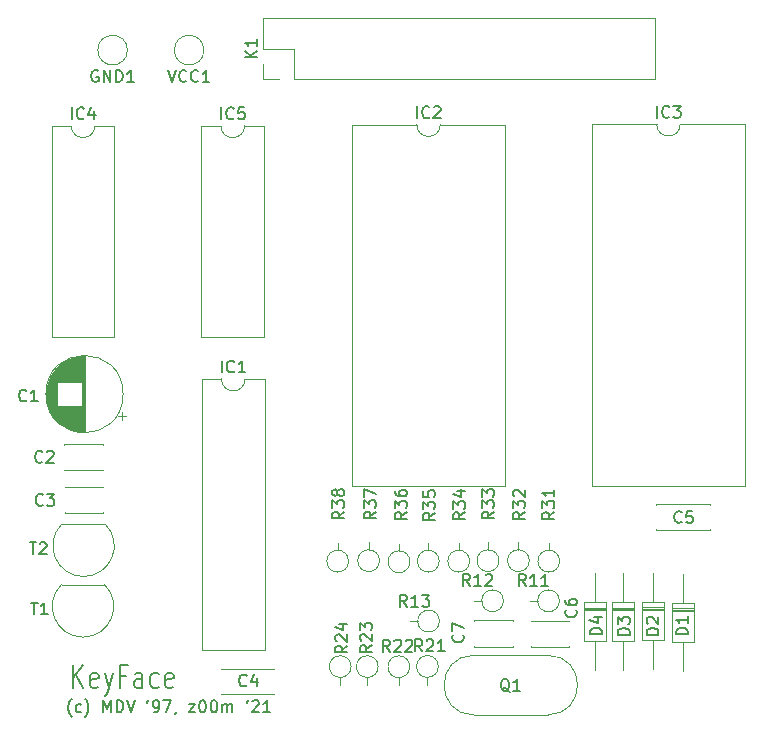
<source format=gto>
G04 #@! TF.GenerationSoftware,KiCad,Pcbnew,(5.1.6)-1*
G04 #@! TF.CreationDate,2021-02-12T18:31:39+01:00*
G04 #@! TF.ProjectId,keyface,6b657966-6163-4652-9e6b-696361645f70,rev?*
G04 #@! TF.SameCoordinates,Original*
G04 #@! TF.FileFunction,Legend,Top*
G04 #@! TF.FilePolarity,Positive*
%FSLAX46Y46*%
G04 Gerber Fmt 4.6, Leading zero omitted, Abs format (unit mm)*
G04 Created by KiCad (PCBNEW (5.1.6)-1) date 2021-02-12 18:31:39*
%MOMM*%
%LPD*%
G01*
G04 APERTURE LIST*
%ADD10C,0.150000*%
%ADD11C,0.120000*%
G04 APERTURE END LIST*
D10*
X95988714Y-111699561D02*
X95988714Y-109699561D01*
X96845857Y-111699561D02*
X96203000Y-110556704D01*
X96845857Y-109699561D02*
X95988714Y-110842419D01*
X98060142Y-111604323D02*
X97917285Y-111699561D01*
X97631571Y-111699561D01*
X97488714Y-111604323D01*
X97417285Y-111413847D01*
X97417285Y-110651942D01*
X97488714Y-110461466D01*
X97631571Y-110366228D01*
X97917285Y-110366228D01*
X98060142Y-110461466D01*
X98131571Y-110651942D01*
X98131571Y-110842419D01*
X97417285Y-111032895D01*
X98631571Y-110366228D02*
X98988714Y-111699561D01*
X99345857Y-110366228D02*
X98988714Y-111699561D01*
X98845857Y-112175752D01*
X98774428Y-112270990D01*
X98631571Y-112366228D01*
X100417285Y-110651942D02*
X99917285Y-110651942D01*
X99917285Y-111699561D02*
X99917285Y-109699561D01*
X100631571Y-109699561D01*
X101845857Y-111699561D02*
X101845857Y-110651942D01*
X101774428Y-110461466D01*
X101631571Y-110366228D01*
X101345857Y-110366228D01*
X101203000Y-110461466D01*
X101845857Y-111604323D02*
X101703000Y-111699561D01*
X101345857Y-111699561D01*
X101203000Y-111604323D01*
X101131571Y-111413847D01*
X101131571Y-111223371D01*
X101203000Y-111032895D01*
X101345857Y-110937657D01*
X101703000Y-110937657D01*
X101845857Y-110842419D01*
X103203000Y-111604323D02*
X103060142Y-111699561D01*
X102774428Y-111699561D01*
X102631571Y-111604323D01*
X102560142Y-111509085D01*
X102488714Y-111318609D01*
X102488714Y-110747180D01*
X102560142Y-110556704D01*
X102631571Y-110461466D01*
X102774428Y-110366228D01*
X103060142Y-110366228D01*
X103203000Y-110461466D01*
X104417285Y-111604323D02*
X104274428Y-111699561D01*
X103988714Y-111699561D01*
X103845857Y-111604323D01*
X103774428Y-111413847D01*
X103774428Y-110651942D01*
X103845857Y-110461466D01*
X103988714Y-110366228D01*
X104274428Y-110366228D01*
X104417285Y-110461466D01*
X104488714Y-110651942D01*
X104488714Y-110842419D01*
X103774428Y-111032895D01*
X95843484Y-114089393D02*
X95795865Y-114041774D01*
X95700627Y-113898917D01*
X95653008Y-113803679D01*
X95605389Y-113660821D01*
X95557770Y-113422726D01*
X95557770Y-113232250D01*
X95605389Y-112994155D01*
X95653008Y-112851298D01*
X95700627Y-112756060D01*
X95795865Y-112613202D01*
X95843484Y-112565583D01*
X96653008Y-113660821D02*
X96557770Y-113708440D01*
X96367294Y-113708440D01*
X96272056Y-113660821D01*
X96224437Y-113613202D01*
X96176818Y-113517964D01*
X96176818Y-113232250D01*
X96224437Y-113137012D01*
X96272056Y-113089393D01*
X96367294Y-113041774D01*
X96557770Y-113041774D01*
X96653008Y-113089393D01*
X96986341Y-114089393D02*
X97033960Y-114041774D01*
X97129199Y-113898917D01*
X97176818Y-113803679D01*
X97224437Y-113660821D01*
X97272056Y-113422726D01*
X97272056Y-113232250D01*
X97224437Y-112994155D01*
X97176818Y-112851298D01*
X97129199Y-112756060D01*
X97033960Y-112613202D01*
X96986341Y-112565583D01*
X98510151Y-113708440D02*
X98510151Y-112708440D01*
X98843484Y-113422726D01*
X99176818Y-112708440D01*
X99176818Y-113708440D01*
X99653008Y-113708440D02*
X99653008Y-112708440D01*
X99891103Y-112708440D01*
X100033960Y-112756060D01*
X100129199Y-112851298D01*
X100176818Y-112946536D01*
X100224437Y-113137012D01*
X100224437Y-113279869D01*
X100176818Y-113470345D01*
X100129199Y-113565583D01*
X100033960Y-113660821D01*
X99891103Y-113708440D01*
X99653008Y-113708440D01*
X100510151Y-112708440D02*
X100843484Y-113708440D01*
X101176818Y-112708440D01*
X102319675Y-112708440D02*
X102224437Y-112898917D01*
X102795865Y-113708440D02*
X102986341Y-113708440D01*
X103081580Y-113660821D01*
X103129199Y-113613202D01*
X103224437Y-113470345D01*
X103272056Y-113279869D01*
X103272056Y-112898917D01*
X103224437Y-112803679D01*
X103176818Y-112756060D01*
X103081580Y-112708440D01*
X102891103Y-112708440D01*
X102795865Y-112756060D01*
X102748246Y-112803679D01*
X102700627Y-112898917D01*
X102700627Y-113137012D01*
X102748246Y-113232250D01*
X102795865Y-113279869D01*
X102891103Y-113327488D01*
X103081580Y-113327488D01*
X103176818Y-113279869D01*
X103224437Y-113232250D01*
X103272056Y-113137012D01*
X103605389Y-112708440D02*
X104272056Y-112708440D01*
X103843484Y-113708440D01*
X104700627Y-113660821D02*
X104700627Y-113708440D01*
X104653008Y-113803679D01*
X104605389Y-113851298D01*
X105795865Y-113041774D02*
X106319675Y-113041774D01*
X105795865Y-113708440D01*
X106319675Y-113708440D01*
X106891103Y-112708440D02*
X106986341Y-112708440D01*
X107081580Y-112756060D01*
X107129199Y-112803679D01*
X107176818Y-112898917D01*
X107224437Y-113089393D01*
X107224437Y-113327488D01*
X107176818Y-113517964D01*
X107129199Y-113613202D01*
X107081580Y-113660821D01*
X106986341Y-113708440D01*
X106891103Y-113708440D01*
X106795865Y-113660821D01*
X106748246Y-113613202D01*
X106700627Y-113517964D01*
X106653008Y-113327488D01*
X106653008Y-113089393D01*
X106700627Y-112898917D01*
X106748246Y-112803679D01*
X106795865Y-112756060D01*
X106891103Y-112708440D01*
X107843484Y-112708440D02*
X107938722Y-112708440D01*
X108033960Y-112756060D01*
X108081580Y-112803679D01*
X108129199Y-112898917D01*
X108176818Y-113089393D01*
X108176818Y-113327488D01*
X108129199Y-113517964D01*
X108081580Y-113613202D01*
X108033960Y-113660821D01*
X107938722Y-113708440D01*
X107843484Y-113708440D01*
X107748246Y-113660821D01*
X107700627Y-113613202D01*
X107653008Y-113517964D01*
X107605389Y-113327488D01*
X107605389Y-113089393D01*
X107653008Y-112898917D01*
X107700627Y-112803679D01*
X107748246Y-112756060D01*
X107843484Y-112708440D01*
X108605389Y-113708440D02*
X108605389Y-113041774D01*
X108605389Y-113137012D02*
X108653008Y-113089393D01*
X108748246Y-113041774D01*
X108891103Y-113041774D01*
X108986341Y-113089393D01*
X109033960Y-113184631D01*
X109033960Y-113708440D01*
X109033960Y-113184631D02*
X109081580Y-113089393D01*
X109176818Y-113041774D01*
X109319675Y-113041774D01*
X109414913Y-113089393D01*
X109462532Y-113184631D01*
X109462532Y-113708440D01*
X110748246Y-112708440D02*
X110653008Y-112898917D01*
X111129199Y-112803679D02*
X111176818Y-112756060D01*
X111272056Y-112708440D01*
X111510151Y-112708440D01*
X111605389Y-112756060D01*
X111653008Y-112803679D01*
X111700627Y-112898917D01*
X111700627Y-112994155D01*
X111653008Y-113137012D01*
X111081580Y-113708440D01*
X111700627Y-113708440D01*
X112653008Y-113708440D02*
X112081580Y-113708440D01*
X112367294Y-113708440D02*
X112367294Y-112708440D01*
X112272056Y-112851298D01*
X112176818Y-112946536D01*
X112081580Y-112994155D01*
D11*
X152837660Y-63925140D02*
X147377660Y-63925140D01*
X152837660Y-94525140D02*
X152837660Y-63925140D01*
X139917660Y-94525140D02*
X152837660Y-94525140D01*
X139917660Y-63925140D02*
X139917660Y-94525140D01*
X145377660Y-63925140D02*
X139917660Y-63925140D01*
X147377660Y-63925140D02*
G75*
G02*
X145377660Y-63925140I-1000000J0D01*
G01*
X133176440Y-108126160D02*
X133176440Y-108191160D01*
X133176440Y-105951160D02*
X133176440Y-106016160D01*
X129936440Y-108126160D02*
X129936440Y-108191160D01*
X129936440Y-105951160D02*
X129936440Y-106016160D01*
X129936440Y-108191160D02*
X133176440Y-108191160D01*
X129936440Y-105951160D02*
X133176440Y-105951160D01*
X137995460Y-108138860D02*
X137995460Y-108203860D01*
X137995460Y-105963860D02*
X137995460Y-106028860D01*
X134755460Y-108138860D02*
X134755460Y-108203860D01*
X134755460Y-105963860D02*
X134755460Y-106028860D01*
X134755460Y-108203860D02*
X137995460Y-108203860D01*
X134755460Y-105963860D02*
X137995460Y-105963860D01*
X141051800Y-104407540D02*
X139211800Y-104407540D01*
X139211800Y-104407540D02*
X139211800Y-107687540D01*
X139211800Y-107687540D02*
X141051800Y-107687540D01*
X141051800Y-107687540D02*
X141051800Y-104407540D01*
X140131800Y-101957540D02*
X140131800Y-104407540D01*
X140131800Y-110137540D02*
X140131800Y-107687540D01*
X141051800Y-104983540D02*
X139211800Y-104983540D01*
X141051800Y-105103540D02*
X139211800Y-105103540D01*
X141051800Y-104863540D02*
X139211800Y-104863540D01*
X100121481Y-88938180D02*
X100121481Y-88308180D01*
X100436481Y-88623180D02*
X99806481Y-88623180D01*
X93695240Y-87186180D02*
X93695240Y-86382180D01*
X93735240Y-87417180D02*
X93735240Y-86151180D01*
X93775240Y-87586180D02*
X93775240Y-85982180D01*
X93815240Y-87724180D02*
X93815240Y-85844180D01*
X93855240Y-87843180D02*
X93855240Y-85725180D01*
X93895240Y-87949180D02*
X93895240Y-85619180D01*
X93935240Y-88046180D02*
X93935240Y-85522180D01*
X93975240Y-88134180D02*
X93975240Y-85434180D01*
X94015240Y-88216180D02*
X94015240Y-85352180D01*
X94055240Y-88293180D02*
X94055240Y-85275180D01*
X94095240Y-88365180D02*
X94095240Y-85203180D01*
X94135240Y-88434180D02*
X94135240Y-85134180D01*
X94175240Y-88498180D02*
X94175240Y-85070180D01*
X94215240Y-88560180D02*
X94215240Y-85008180D01*
X94255240Y-88618180D02*
X94255240Y-84950180D01*
X94295240Y-88674180D02*
X94295240Y-84894180D01*
X94335240Y-88728180D02*
X94335240Y-84840180D01*
X94375240Y-88779180D02*
X94375240Y-84789180D01*
X94415240Y-88828180D02*
X94415240Y-84740180D01*
X94455240Y-88876180D02*
X94455240Y-84692180D01*
X94495240Y-88921180D02*
X94495240Y-84647180D01*
X94535240Y-88966180D02*
X94535240Y-84602180D01*
X94575240Y-89008180D02*
X94575240Y-84560180D01*
X94615240Y-89049180D02*
X94615240Y-84519180D01*
X94655240Y-85744180D02*
X94655240Y-84479180D01*
X94655240Y-89089180D02*
X94655240Y-87824180D01*
X94695240Y-85744180D02*
X94695240Y-84441180D01*
X94695240Y-89127180D02*
X94695240Y-87824180D01*
X94735240Y-85744180D02*
X94735240Y-84404180D01*
X94735240Y-89164180D02*
X94735240Y-87824180D01*
X94775240Y-85744180D02*
X94775240Y-84368180D01*
X94775240Y-89200180D02*
X94775240Y-87824180D01*
X94815240Y-85744180D02*
X94815240Y-84334180D01*
X94815240Y-89234180D02*
X94815240Y-87824180D01*
X94855240Y-85744180D02*
X94855240Y-84300180D01*
X94855240Y-89268180D02*
X94855240Y-87824180D01*
X94895240Y-85744180D02*
X94895240Y-84268180D01*
X94895240Y-89300180D02*
X94895240Y-87824180D01*
X94935240Y-85744180D02*
X94935240Y-84236180D01*
X94935240Y-89332180D02*
X94935240Y-87824180D01*
X94975240Y-85744180D02*
X94975240Y-84206180D01*
X94975240Y-89362180D02*
X94975240Y-87824180D01*
X95015240Y-85744180D02*
X95015240Y-84177180D01*
X95015240Y-89391180D02*
X95015240Y-87824180D01*
X95055240Y-85744180D02*
X95055240Y-84148180D01*
X95055240Y-89420180D02*
X95055240Y-87824180D01*
X95095240Y-85744180D02*
X95095240Y-84120180D01*
X95095240Y-89448180D02*
X95095240Y-87824180D01*
X95135240Y-85744180D02*
X95135240Y-84094180D01*
X95135240Y-89474180D02*
X95135240Y-87824180D01*
X95175240Y-85744180D02*
X95175240Y-84068180D01*
X95175240Y-89500180D02*
X95175240Y-87824180D01*
X95215240Y-85744180D02*
X95215240Y-84042180D01*
X95215240Y-89526180D02*
X95215240Y-87824180D01*
X95255240Y-85744180D02*
X95255240Y-84018180D01*
X95255240Y-89550180D02*
X95255240Y-87824180D01*
X95295240Y-85744180D02*
X95295240Y-83994180D01*
X95295240Y-89574180D02*
X95295240Y-87824180D01*
X95335240Y-85744180D02*
X95335240Y-83972180D01*
X95335240Y-89596180D02*
X95335240Y-87824180D01*
X95375240Y-85744180D02*
X95375240Y-83950180D01*
X95375240Y-89618180D02*
X95375240Y-87824180D01*
X95415240Y-85744180D02*
X95415240Y-83928180D01*
X95415240Y-89640180D02*
X95415240Y-87824180D01*
X95455240Y-85744180D02*
X95455240Y-83908180D01*
X95455240Y-89660180D02*
X95455240Y-87824180D01*
X95495240Y-85744180D02*
X95495240Y-83888180D01*
X95495240Y-89680180D02*
X95495240Y-87824180D01*
X95535240Y-85744180D02*
X95535240Y-83868180D01*
X95535240Y-89700180D02*
X95535240Y-87824180D01*
X95575240Y-85744180D02*
X95575240Y-83850180D01*
X95575240Y-89718180D02*
X95575240Y-87824180D01*
X95615240Y-85744180D02*
X95615240Y-83832180D01*
X95615240Y-89736180D02*
X95615240Y-87824180D01*
X95655240Y-85744180D02*
X95655240Y-83814180D01*
X95655240Y-89754180D02*
X95655240Y-87824180D01*
X95695240Y-85744180D02*
X95695240Y-83798180D01*
X95695240Y-89770180D02*
X95695240Y-87824180D01*
X95735240Y-85744180D02*
X95735240Y-83782180D01*
X95735240Y-89786180D02*
X95735240Y-87824180D01*
X95775240Y-85744180D02*
X95775240Y-83766180D01*
X95775240Y-89802180D02*
X95775240Y-87824180D01*
X95815240Y-85744180D02*
X95815240Y-83751180D01*
X95815240Y-89817180D02*
X95815240Y-87824180D01*
X95855240Y-85744180D02*
X95855240Y-83737180D01*
X95855240Y-89831180D02*
X95855240Y-87824180D01*
X95895240Y-85744180D02*
X95895240Y-83723180D01*
X95895240Y-89845180D02*
X95895240Y-87824180D01*
X95935240Y-85744180D02*
X95935240Y-83710180D01*
X95935240Y-89858180D02*
X95935240Y-87824180D01*
X95975240Y-85744180D02*
X95975240Y-83698180D01*
X95975240Y-89870180D02*
X95975240Y-87824180D01*
X96015240Y-85744180D02*
X96015240Y-83686180D01*
X96015240Y-89882180D02*
X96015240Y-87824180D01*
X96055240Y-85744180D02*
X96055240Y-83674180D01*
X96055240Y-89894180D02*
X96055240Y-87824180D01*
X96095240Y-85744180D02*
X96095240Y-83663180D01*
X96095240Y-89905180D02*
X96095240Y-87824180D01*
X96135240Y-85744180D02*
X96135240Y-83653180D01*
X96135240Y-89915180D02*
X96135240Y-87824180D01*
X96175240Y-85744180D02*
X96175240Y-83643180D01*
X96175240Y-89925180D02*
X96175240Y-87824180D01*
X96215240Y-85744180D02*
X96215240Y-83634180D01*
X96215240Y-89934180D02*
X96215240Y-87824180D01*
X96256240Y-85744180D02*
X96256240Y-83625180D01*
X96256240Y-89943180D02*
X96256240Y-87824180D01*
X96296240Y-85744180D02*
X96296240Y-83617180D01*
X96296240Y-89951180D02*
X96296240Y-87824180D01*
X96336240Y-85744180D02*
X96336240Y-83609180D01*
X96336240Y-89959180D02*
X96336240Y-87824180D01*
X96376240Y-85744180D02*
X96376240Y-83602180D01*
X96376240Y-89966180D02*
X96376240Y-87824180D01*
X96416240Y-85744180D02*
X96416240Y-83595180D01*
X96416240Y-89973180D02*
X96416240Y-87824180D01*
X96456240Y-85744180D02*
X96456240Y-83589180D01*
X96456240Y-89979180D02*
X96456240Y-87824180D01*
X96496240Y-85744180D02*
X96496240Y-83583180D01*
X96496240Y-89985180D02*
X96496240Y-87824180D01*
X96536240Y-85744180D02*
X96536240Y-83578180D01*
X96536240Y-89990180D02*
X96536240Y-87824180D01*
X96576240Y-85744180D02*
X96576240Y-83573180D01*
X96576240Y-89995180D02*
X96576240Y-87824180D01*
X96616240Y-85744180D02*
X96616240Y-83569180D01*
X96616240Y-89999180D02*
X96616240Y-87824180D01*
X96656240Y-85744180D02*
X96656240Y-83566180D01*
X96656240Y-90002180D02*
X96656240Y-87824180D01*
X96696240Y-85744180D02*
X96696240Y-83562180D01*
X96696240Y-90006180D02*
X96696240Y-87824180D01*
X96736240Y-90008180D02*
X96736240Y-83560180D01*
X96776240Y-90011180D02*
X96776240Y-83557180D01*
X96816240Y-90012180D02*
X96816240Y-83556180D01*
X96856240Y-90014180D02*
X96856240Y-83554180D01*
X96896240Y-90014180D02*
X96896240Y-83554180D01*
X96936240Y-90014180D02*
X96936240Y-83554180D01*
X100206240Y-86784180D02*
G75*
G03*
X100206240Y-86784180I-3270000J0D01*
G01*
X129904020Y-113947180D02*
X136154020Y-113947180D01*
X129904020Y-108897180D02*
X136154020Y-108897180D01*
X136154020Y-113947180D02*
G75*
G03*
X136154020Y-108897180I0J2525000D01*
G01*
X129904020Y-113947180D02*
G75*
G02*
X129904020Y-108897180I0J2525000D01*
G01*
X112078460Y-60133540D02*
X112078460Y-58803540D01*
X113408460Y-60133540D02*
X112078460Y-60133540D01*
X112078460Y-57533540D02*
X112078460Y-54933540D01*
X114678460Y-57533540D02*
X112078460Y-57533540D01*
X114678460Y-60133540D02*
X114678460Y-57533540D01*
X112078460Y-54933540D02*
X145218460Y-54933540D01*
X114678460Y-60133540D02*
X145218460Y-60133540D01*
X145218460Y-60133540D02*
X145218460Y-54933540D01*
X107042000Y-57658000D02*
G75*
G03*
X107042000Y-57658000I-1251000J0D01*
G01*
X100565000Y-57658000D02*
G75*
G03*
X100565000Y-57658000I-1251000J0D01*
G01*
X145318600Y-96133020D02*
X145318600Y-96118020D01*
X145318600Y-98258020D02*
X145318600Y-98243020D01*
X149858600Y-96133020D02*
X149858600Y-96118020D01*
X149858600Y-98258020D02*
X149858600Y-98243020D01*
X149858600Y-96118020D02*
X145318600Y-96118020D01*
X149858600Y-98258020D02*
X145318600Y-98258020D01*
X108468280Y-110057300D02*
X108468280Y-110042300D01*
X108468280Y-112182300D02*
X108468280Y-112167300D01*
X113008280Y-110057300D02*
X113008280Y-110042300D01*
X113008280Y-112182300D02*
X113008280Y-112167300D01*
X113008280Y-110042300D02*
X108468280Y-110042300D01*
X113008280Y-112182300D02*
X108468280Y-112182300D01*
X95234960Y-91063180D02*
X95234960Y-90998180D01*
X95234960Y-93238180D02*
X95234960Y-93173180D01*
X98474960Y-91063180D02*
X98474960Y-90998180D01*
X98474960Y-93238180D02*
X98474960Y-93173180D01*
X98474960Y-90998180D02*
X95234960Y-90998180D01*
X98474960Y-93238180D02*
X95234960Y-93238180D01*
X95260360Y-94687760D02*
X95260360Y-94622760D01*
X95260360Y-96862760D02*
X95260360Y-96797760D01*
X98500360Y-94687760D02*
X98500360Y-94622760D01*
X98500360Y-96862760D02*
X98500360Y-96797760D01*
X98500360Y-94622760D02*
X95260360Y-94622760D01*
X98500360Y-96862760D02*
X95260360Y-96862760D01*
X98657820Y-97776420D02*
X95057820Y-97776420D01*
X95019342Y-97787942D02*
G75*
G03*
X96857820Y-102226420I1838478J-1838478D01*
G01*
X98696298Y-97787942D02*
G75*
G02*
X96857820Y-102226420I-1838478J-1838478D01*
G01*
X98609560Y-102909760D02*
X95009560Y-102909760D01*
X94971082Y-102921282D02*
G75*
G03*
X96809560Y-107359760I1838478J-1838478D01*
G01*
X98648038Y-102921282D02*
G75*
G02*
X96809560Y-107359760I-1838478J-1838478D01*
G01*
X145959080Y-104820360D02*
X144119080Y-104820360D01*
X145959080Y-105060360D02*
X144119080Y-105060360D01*
X145959080Y-104940360D02*
X144119080Y-104940360D01*
X145039080Y-110094360D02*
X145039080Y-107644360D01*
X145039080Y-101914360D02*
X145039080Y-104364360D01*
X145959080Y-107644360D02*
X145959080Y-104364360D01*
X144119080Y-107644360D02*
X145959080Y-107644360D01*
X144119080Y-104364360D02*
X144119080Y-107644360D01*
X145959080Y-104364360D02*
X144119080Y-104364360D01*
X143477500Y-104866080D02*
X141637500Y-104866080D01*
X143477500Y-105106080D02*
X141637500Y-105106080D01*
X143477500Y-104986080D02*
X141637500Y-104986080D01*
X142557500Y-110140080D02*
X142557500Y-107690080D01*
X142557500Y-101960080D02*
X142557500Y-104410080D01*
X143477500Y-107690080D02*
X143477500Y-104410080D01*
X141637500Y-107690080D02*
X143477500Y-107690080D01*
X141637500Y-104410080D02*
X141637500Y-107690080D01*
X143477500Y-104410080D02*
X141637500Y-104410080D01*
X148532100Y-104914340D02*
X146692100Y-104914340D01*
X148532100Y-105154340D02*
X146692100Y-105154340D01*
X148532100Y-105034340D02*
X146692100Y-105034340D01*
X147612100Y-110188340D02*
X147612100Y-107738340D01*
X147612100Y-102008340D02*
X147612100Y-104458340D01*
X148532100Y-107738340D02*
X148532100Y-104458340D01*
X146692100Y-107738340D02*
X148532100Y-107738340D01*
X146692100Y-104458340D02*
X146692100Y-107738340D01*
X148532100Y-104458340D02*
X146692100Y-104458340D01*
X125971300Y-110764840D02*
X125971300Y-111384840D01*
X126891300Y-109844840D02*
G75*
G03*
X126891300Y-109844840I-920000J0D01*
G01*
X123548140Y-110785160D02*
X123548140Y-111405160D01*
X124468140Y-109865160D02*
G75*
G03*
X124468140Y-109865160I-920000J0D01*
G01*
X120876060Y-110775000D02*
X120876060Y-111395000D01*
X121796060Y-109855000D02*
G75*
G03*
X121796060Y-109855000I-920000J0D01*
G01*
X118584980Y-110775000D02*
X118584980Y-111395000D01*
X119504980Y-109855000D02*
G75*
G03*
X119504980Y-109855000I-920000J0D01*
G01*
X135297660Y-104289860D02*
X134677660Y-104289860D01*
X137137660Y-104289860D02*
G75*
G03*
X137137660Y-104289860I-920000J0D01*
G01*
X130563100Y-104277160D02*
X129943100Y-104277160D01*
X132403100Y-104277160D02*
G75*
G03*
X132403100Y-104277160I-920000J0D01*
G01*
X125145280Y-106004360D02*
X124525280Y-106004360D01*
X126985280Y-106004360D02*
G75*
G03*
X126985280Y-106004360I-920000J0D01*
G01*
X136243060Y-100011980D02*
X136243060Y-99391980D01*
X137163060Y-100931980D02*
G75*
G03*
X137163060Y-100931980I-920000J0D01*
G01*
X133670040Y-99966260D02*
X133670040Y-99346260D01*
X134590040Y-100886260D02*
G75*
G03*
X134590040Y-100886260I-920000J0D01*
G01*
X131097020Y-99966260D02*
X131097020Y-99346260D01*
X132017020Y-100886260D02*
G75*
G03*
X132017020Y-100886260I-920000J0D01*
G01*
X128615440Y-100011980D02*
X128615440Y-99391980D01*
X129535440Y-100931980D02*
G75*
G03*
X129535440Y-100931980I-920000J0D01*
G01*
X126042420Y-100011980D02*
X126042420Y-99391980D01*
X126962420Y-100931980D02*
G75*
G03*
X126962420Y-100931980I-920000J0D01*
G01*
X123563380Y-100060240D02*
X123563380Y-99440240D01*
X124483380Y-100980240D02*
G75*
G03*
X124483380Y-100980240I-920000J0D01*
G01*
X120990360Y-99966260D02*
X120990360Y-99346260D01*
X121910360Y-100886260D02*
G75*
G03*
X121910360Y-100886260I-920000J0D01*
G01*
X118369080Y-100011980D02*
X118369080Y-99391980D01*
X119289080Y-100931980D02*
G75*
G03*
X119289080Y-100931980I-920000J0D01*
G01*
X112182420Y-85502440D02*
X110532420Y-85502440D01*
X112182420Y-108482440D02*
X112182420Y-85502440D01*
X106882420Y-108482440D02*
X112182420Y-108482440D01*
X106882420Y-85502440D02*
X106882420Y-108482440D01*
X108532420Y-85502440D02*
X106882420Y-85502440D01*
X110532420Y-85502440D02*
G75*
G02*
X108532420Y-85502440I-1000000J0D01*
G01*
X132522740Y-63963240D02*
X127062740Y-63963240D01*
X132522740Y-94563240D02*
X132522740Y-63963240D01*
X119602740Y-94563240D02*
X132522740Y-94563240D01*
X119602740Y-63963240D02*
X119602740Y-94563240D01*
X125062740Y-63963240D02*
X119602740Y-63963240D01*
X127062740Y-63963240D02*
G75*
G02*
X125062740Y-63963240I-1000000J0D01*
G01*
X99462100Y-64064840D02*
X97812100Y-64064840D01*
X99462100Y-81964840D02*
X99462100Y-64064840D01*
X94162100Y-81964840D02*
X99462100Y-81964840D01*
X94162100Y-64064840D02*
X94162100Y-81964840D01*
X95812100Y-64064840D02*
X94162100Y-64064840D01*
X97812100Y-64064840D02*
G75*
G02*
X95812100Y-64064840I-1000000J0D01*
G01*
X112136700Y-64064840D02*
X110486700Y-64064840D01*
X112136700Y-81964840D02*
X112136700Y-64064840D01*
X106836700Y-81964840D02*
X112136700Y-81964840D01*
X106836700Y-64064840D02*
X106836700Y-81964840D01*
X108486700Y-64064840D02*
X106836700Y-64064840D01*
X110486700Y-64064840D02*
G75*
G02*
X108486700Y-64064840I-1000000J0D01*
G01*
D10*
X145401469Y-63377520D02*
X145401469Y-62377520D01*
X146449088Y-63282282D02*
X146401469Y-63329901D01*
X146258612Y-63377520D01*
X146163374Y-63377520D01*
X146020517Y-63329901D01*
X145925279Y-63234663D01*
X145877660Y-63139425D01*
X145830040Y-62948949D01*
X145830040Y-62806092D01*
X145877660Y-62615616D01*
X145925279Y-62520378D01*
X146020517Y-62425140D01*
X146163374Y-62377520D01*
X146258612Y-62377520D01*
X146401469Y-62425140D01*
X146449088Y-62472759D01*
X146782421Y-62377520D02*
X147401469Y-62377520D01*
X147068136Y-62758473D01*
X147210993Y-62758473D01*
X147306231Y-62806092D01*
X147353850Y-62853711D01*
X147401469Y-62948949D01*
X147401469Y-63187044D01*
X147353850Y-63282282D01*
X147306231Y-63329901D01*
X147210993Y-63377520D01*
X146925279Y-63377520D01*
X146830040Y-63329901D01*
X146782421Y-63282282D01*
X128970042Y-107161626D02*
X129017661Y-107209245D01*
X129065280Y-107352102D01*
X129065280Y-107447340D01*
X129017661Y-107590198D01*
X128922423Y-107685436D01*
X128827185Y-107733055D01*
X128636709Y-107780674D01*
X128493852Y-107780674D01*
X128303376Y-107733055D01*
X128208138Y-107685436D01*
X128112900Y-107590198D01*
X128065280Y-107447340D01*
X128065280Y-107352102D01*
X128112900Y-107209245D01*
X128160519Y-107161626D01*
X128065280Y-106828293D02*
X128065280Y-106161626D01*
X129065280Y-106590198D01*
X138520442Y-105045806D02*
X138568061Y-105093425D01*
X138615680Y-105236282D01*
X138615680Y-105331520D01*
X138568061Y-105474378D01*
X138472823Y-105569616D01*
X138377585Y-105617235D01*
X138187109Y-105664854D01*
X138044252Y-105664854D01*
X137853776Y-105617235D01*
X137758538Y-105569616D01*
X137663300Y-105474378D01*
X137615680Y-105331520D01*
X137615680Y-105236282D01*
X137663300Y-105093425D01*
X137710919Y-105045806D01*
X137615680Y-104188663D02*
X137615680Y-104379140D01*
X137663300Y-104474378D01*
X137710919Y-104521997D01*
X137853776Y-104617235D01*
X138044252Y-104664854D01*
X138425204Y-104664854D01*
X138520442Y-104617235D01*
X138568061Y-104569616D01*
X138615680Y-104474378D01*
X138615680Y-104283901D01*
X138568061Y-104188663D01*
X138520442Y-104141044D01*
X138425204Y-104093425D01*
X138187109Y-104093425D01*
X138091871Y-104141044D01*
X138044252Y-104188663D01*
X137996633Y-104283901D01*
X137996633Y-104474378D01*
X138044252Y-104569616D01*
X138091871Y-104617235D01*
X138187109Y-104664854D01*
X140728960Y-107118375D02*
X139728960Y-107118375D01*
X139728960Y-106880280D01*
X139776580Y-106737422D01*
X139871818Y-106642184D01*
X139967056Y-106594565D01*
X140157532Y-106546946D01*
X140300389Y-106546946D01*
X140490865Y-106594565D01*
X140586103Y-106642184D01*
X140681341Y-106737422D01*
X140728960Y-106880280D01*
X140728960Y-107118375D01*
X140062294Y-105689803D02*
X140728960Y-105689803D01*
X139681341Y-105927899D02*
X140395627Y-106165994D01*
X140395627Y-105546946D01*
X92015013Y-87308962D02*
X91967394Y-87356581D01*
X91824537Y-87404200D01*
X91729299Y-87404200D01*
X91586441Y-87356581D01*
X91491203Y-87261343D01*
X91443584Y-87166105D01*
X91395965Y-86975629D01*
X91395965Y-86832772D01*
X91443584Y-86642296D01*
X91491203Y-86547058D01*
X91586441Y-86451820D01*
X91729299Y-86404200D01*
X91824537Y-86404200D01*
X91967394Y-86451820D01*
X92015013Y-86499439D01*
X92967394Y-87404200D02*
X92395965Y-87404200D01*
X92681680Y-87404200D02*
X92681680Y-86404200D01*
X92586441Y-86547058D01*
X92491203Y-86642296D01*
X92395965Y-86689915D01*
X132922021Y-111990119D02*
X132826783Y-111942500D01*
X132731545Y-111847261D01*
X132588688Y-111704404D01*
X132493450Y-111656785D01*
X132398212Y-111656785D01*
X132445831Y-111894880D02*
X132350593Y-111847261D01*
X132255355Y-111752023D01*
X132207736Y-111561547D01*
X132207736Y-111228214D01*
X132255355Y-111037738D01*
X132350593Y-110942500D01*
X132445831Y-110894880D01*
X132636307Y-110894880D01*
X132731545Y-110942500D01*
X132826783Y-111037738D01*
X132874402Y-111228214D01*
X132874402Y-111561547D01*
X132826783Y-111752023D01*
X132731545Y-111847261D01*
X132636307Y-111894880D01*
X132445831Y-111894880D01*
X133826783Y-111894880D02*
X133255355Y-111894880D01*
X133541069Y-111894880D02*
X133541069Y-110894880D01*
X133445831Y-111037738D01*
X133350593Y-111132976D01*
X133255355Y-111180595D01*
X111530840Y-58271635D02*
X110530840Y-58271635D01*
X111530840Y-57700206D02*
X110959412Y-58128778D01*
X110530840Y-57700206D02*
X111102269Y-58271635D01*
X111530840Y-56747825D02*
X111530840Y-57319254D01*
X111530840Y-57033540D02*
X110530840Y-57033540D01*
X110673698Y-57128778D01*
X110768936Y-57224016D01*
X110816555Y-57319254D01*
X103981476Y-59360380D02*
X104314809Y-60360380D01*
X104648142Y-59360380D01*
X105552904Y-60265142D02*
X105505285Y-60312761D01*
X105362428Y-60360380D01*
X105267190Y-60360380D01*
X105124333Y-60312761D01*
X105029095Y-60217523D01*
X104981476Y-60122285D01*
X104933857Y-59931809D01*
X104933857Y-59788952D01*
X104981476Y-59598476D01*
X105029095Y-59503238D01*
X105124333Y-59408000D01*
X105267190Y-59360380D01*
X105362428Y-59360380D01*
X105505285Y-59408000D01*
X105552904Y-59455619D01*
X106552904Y-60265142D02*
X106505285Y-60312761D01*
X106362428Y-60360380D01*
X106267190Y-60360380D01*
X106124333Y-60312761D01*
X106029095Y-60217523D01*
X105981476Y-60122285D01*
X105933857Y-59931809D01*
X105933857Y-59788952D01*
X105981476Y-59598476D01*
X106029095Y-59503238D01*
X106124333Y-59408000D01*
X106267190Y-59360380D01*
X106362428Y-59360380D01*
X106505285Y-59408000D01*
X106552904Y-59455619D01*
X107505285Y-60360380D02*
X106933857Y-60360380D01*
X107219571Y-60360380D02*
X107219571Y-59360380D01*
X107124333Y-59503238D01*
X107029095Y-59598476D01*
X106933857Y-59646095D01*
X98075904Y-59408000D02*
X97980666Y-59360380D01*
X97837809Y-59360380D01*
X97694952Y-59408000D01*
X97599714Y-59503238D01*
X97552095Y-59598476D01*
X97504476Y-59788952D01*
X97504476Y-59931809D01*
X97552095Y-60122285D01*
X97599714Y-60217523D01*
X97694952Y-60312761D01*
X97837809Y-60360380D01*
X97933047Y-60360380D01*
X98075904Y-60312761D01*
X98123523Y-60265142D01*
X98123523Y-59931809D01*
X97933047Y-59931809D01*
X98552095Y-60360380D02*
X98552095Y-59360380D01*
X99123523Y-60360380D01*
X99123523Y-59360380D01*
X99599714Y-60360380D02*
X99599714Y-59360380D01*
X99837809Y-59360380D01*
X99980666Y-59408000D01*
X100075904Y-59503238D01*
X100123523Y-59598476D01*
X100171142Y-59788952D01*
X100171142Y-59931809D01*
X100123523Y-60122285D01*
X100075904Y-60217523D01*
X99980666Y-60312761D01*
X99837809Y-60360380D01*
X99599714Y-60360380D01*
X101123523Y-60360380D02*
X100552095Y-60360380D01*
X100837809Y-60360380D02*
X100837809Y-59360380D01*
X100742571Y-59503238D01*
X100647333Y-59598476D01*
X100552095Y-59646095D01*
X147496233Y-97595962D02*
X147448614Y-97643581D01*
X147305757Y-97691200D01*
X147210519Y-97691200D01*
X147067661Y-97643581D01*
X146972423Y-97548343D01*
X146924804Y-97453105D01*
X146877185Y-97262629D01*
X146877185Y-97119772D01*
X146924804Y-96929296D01*
X146972423Y-96834058D01*
X147067661Y-96738820D01*
X147210519Y-96691200D01*
X147305757Y-96691200D01*
X147448614Y-96738820D01*
X147496233Y-96786439D01*
X148400995Y-96691200D02*
X147924804Y-96691200D01*
X147877185Y-97167391D01*
X147924804Y-97119772D01*
X148020042Y-97072153D01*
X148258138Y-97072153D01*
X148353376Y-97119772D01*
X148400995Y-97167391D01*
X148448614Y-97262629D01*
X148448614Y-97500724D01*
X148400995Y-97595962D01*
X148353376Y-97643581D01*
X148258138Y-97691200D01*
X148020042Y-97691200D01*
X147924804Y-97643581D01*
X147877185Y-97595962D01*
X110656073Y-111433882D02*
X110608454Y-111481501D01*
X110465597Y-111529120D01*
X110370359Y-111529120D01*
X110227501Y-111481501D01*
X110132263Y-111386263D01*
X110084644Y-111291025D01*
X110037025Y-111100549D01*
X110037025Y-110957692D01*
X110084644Y-110767216D01*
X110132263Y-110671978D01*
X110227501Y-110576740D01*
X110370359Y-110529120D01*
X110465597Y-110529120D01*
X110608454Y-110576740D01*
X110656073Y-110624359D01*
X111513216Y-110862454D02*
X111513216Y-111529120D01*
X111275120Y-110481501D02*
X111037025Y-111195787D01*
X111656073Y-111195787D01*
X93371373Y-92500722D02*
X93323754Y-92548341D01*
X93180897Y-92595960D01*
X93085659Y-92595960D01*
X92942801Y-92548341D01*
X92847563Y-92453103D01*
X92799944Y-92357865D01*
X92752325Y-92167389D01*
X92752325Y-92024532D01*
X92799944Y-91834056D01*
X92847563Y-91738818D01*
X92942801Y-91643580D01*
X93085659Y-91595960D01*
X93180897Y-91595960D01*
X93323754Y-91643580D01*
X93371373Y-91691199D01*
X93752325Y-91691199D02*
X93799944Y-91643580D01*
X93895182Y-91595960D01*
X94133278Y-91595960D01*
X94228516Y-91643580D01*
X94276135Y-91691199D01*
X94323754Y-91786437D01*
X94323754Y-91881675D01*
X94276135Y-92024532D01*
X93704706Y-92595960D01*
X94323754Y-92595960D01*
X93409473Y-96140542D02*
X93361854Y-96188161D01*
X93218997Y-96235780D01*
X93123759Y-96235780D01*
X92980901Y-96188161D01*
X92885663Y-96092923D01*
X92838044Y-95997685D01*
X92790425Y-95807209D01*
X92790425Y-95664352D01*
X92838044Y-95473876D01*
X92885663Y-95378638D01*
X92980901Y-95283400D01*
X93123759Y-95235780D01*
X93218997Y-95235780D01*
X93361854Y-95283400D01*
X93409473Y-95331019D01*
X93742806Y-95235780D02*
X94361854Y-95235780D01*
X94028520Y-95616733D01*
X94171378Y-95616733D01*
X94266616Y-95664352D01*
X94314235Y-95711971D01*
X94361854Y-95807209D01*
X94361854Y-96045304D01*
X94314235Y-96140542D01*
X94266616Y-96188161D01*
X94171378Y-96235780D01*
X93885663Y-96235780D01*
X93790425Y-96188161D01*
X93742806Y-96140542D01*
X92298615Y-99340420D02*
X92870043Y-99340420D01*
X92584329Y-100340420D02*
X92584329Y-99340420D01*
X93155758Y-99435659D02*
X93203377Y-99388040D01*
X93298615Y-99340420D01*
X93536710Y-99340420D01*
X93631948Y-99388040D01*
X93679567Y-99435659D01*
X93727186Y-99530897D01*
X93727186Y-99626135D01*
X93679567Y-99768992D01*
X93108139Y-100340420D01*
X93727186Y-100340420D01*
X92390055Y-104435660D02*
X92961483Y-104435660D01*
X92675769Y-105435660D02*
X92675769Y-104435660D01*
X93818626Y-105435660D02*
X93247198Y-105435660D01*
X93532912Y-105435660D02*
X93532912Y-104435660D01*
X93437674Y-104578518D01*
X93342436Y-104673756D01*
X93247198Y-104721375D01*
X145529560Y-107169175D02*
X144529560Y-107169175D01*
X144529560Y-106931080D01*
X144577180Y-106788222D01*
X144672418Y-106692984D01*
X144767656Y-106645365D01*
X144958132Y-106597746D01*
X145100989Y-106597746D01*
X145291465Y-106645365D01*
X145386703Y-106692984D01*
X145481941Y-106788222D01*
X145529560Y-106931080D01*
X145529560Y-107169175D01*
X144624799Y-106216794D02*
X144577180Y-106169175D01*
X144529560Y-106073937D01*
X144529560Y-105835841D01*
X144577180Y-105740603D01*
X144624799Y-105692984D01*
X144720037Y-105645365D01*
X144815275Y-105645365D01*
X144958132Y-105692984D01*
X145529560Y-106264413D01*
X145529560Y-105645365D01*
X143081000Y-107169175D02*
X142081000Y-107169175D01*
X142081000Y-106931080D01*
X142128620Y-106788222D01*
X142223858Y-106692984D01*
X142319096Y-106645365D01*
X142509572Y-106597746D01*
X142652429Y-106597746D01*
X142842905Y-106645365D01*
X142938143Y-106692984D01*
X143033381Y-106788222D01*
X143081000Y-106931080D01*
X143081000Y-107169175D01*
X142081000Y-106264413D02*
X142081000Y-105645365D01*
X142461953Y-105978699D01*
X142461953Y-105835841D01*
X142509572Y-105740603D01*
X142557191Y-105692984D01*
X142652429Y-105645365D01*
X142890524Y-105645365D01*
X142985762Y-105692984D01*
X143033381Y-105740603D01*
X143081000Y-105835841D01*
X143081000Y-106121556D01*
X143033381Y-106216794D01*
X142985762Y-106264413D01*
X148011140Y-107136155D02*
X147011140Y-107136155D01*
X147011140Y-106898060D01*
X147058760Y-106755202D01*
X147153998Y-106659964D01*
X147249236Y-106612345D01*
X147439712Y-106564726D01*
X147582569Y-106564726D01*
X147773045Y-106612345D01*
X147868283Y-106659964D01*
X147963521Y-106755202D01*
X148011140Y-106898060D01*
X148011140Y-107136155D01*
X148011140Y-105612345D02*
X148011140Y-106183774D01*
X148011140Y-105898060D02*
X147011140Y-105898060D01*
X147153998Y-105993298D01*
X147249236Y-106088536D01*
X147296855Y-106183774D01*
X125524022Y-108557320D02*
X125190689Y-108081130D01*
X124952594Y-108557320D02*
X124952594Y-107557320D01*
X125333546Y-107557320D01*
X125428784Y-107604940D01*
X125476403Y-107652559D01*
X125524022Y-107747797D01*
X125524022Y-107890654D01*
X125476403Y-107985892D01*
X125428784Y-108033511D01*
X125333546Y-108081130D01*
X124952594Y-108081130D01*
X125904975Y-107652559D02*
X125952594Y-107604940D01*
X126047832Y-107557320D01*
X126285927Y-107557320D01*
X126381165Y-107604940D01*
X126428784Y-107652559D01*
X126476403Y-107747797D01*
X126476403Y-107843035D01*
X126428784Y-107985892D01*
X125857356Y-108557320D01*
X126476403Y-108557320D01*
X127428784Y-108557320D02*
X126857356Y-108557320D01*
X127143070Y-108557320D02*
X127143070Y-107557320D01*
X127047832Y-107700178D01*
X126952594Y-107795416D01*
X126857356Y-107843035D01*
X122793522Y-108577640D02*
X122460189Y-108101450D01*
X122222094Y-108577640D02*
X122222094Y-107577640D01*
X122603046Y-107577640D01*
X122698284Y-107625260D01*
X122745903Y-107672879D01*
X122793522Y-107768117D01*
X122793522Y-107910974D01*
X122745903Y-108006212D01*
X122698284Y-108053831D01*
X122603046Y-108101450D01*
X122222094Y-108101450D01*
X123174475Y-107672879D02*
X123222094Y-107625260D01*
X123317332Y-107577640D01*
X123555427Y-107577640D01*
X123650665Y-107625260D01*
X123698284Y-107672879D01*
X123745903Y-107768117D01*
X123745903Y-107863355D01*
X123698284Y-108006212D01*
X123126856Y-108577640D01*
X123745903Y-108577640D01*
X124126856Y-107672879D02*
X124174475Y-107625260D01*
X124269713Y-107577640D01*
X124507808Y-107577640D01*
X124603046Y-107625260D01*
X124650665Y-107672879D01*
X124698284Y-107768117D01*
X124698284Y-107863355D01*
X124650665Y-108006212D01*
X124079237Y-108577640D01*
X124698284Y-108577640D01*
X121272560Y-108056917D02*
X120796370Y-108390250D01*
X121272560Y-108628345D02*
X120272560Y-108628345D01*
X120272560Y-108247393D01*
X120320180Y-108152155D01*
X120367799Y-108104536D01*
X120463037Y-108056917D01*
X120605894Y-108056917D01*
X120701132Y-108104536D01*
X120748751Y-108152155D01*
X120796370Y-108247393D01*
X120796370Y-108628345D01*
X120367799Y-107675964D02*
X120320180Y-107628345D01*
X120272560Y-107533107D01*
X120272560Y-107295012D01*
X120320180Y-107199774D01*
X120367799Y-107152155D01*
X120463037Y-107104536D01*
X120558275Y-107104536D01*
X120701132Y-107152155D01*
X121272560Y-107723583D01*
X121272560Y-107104536D01*
X120272560Y-106771202D02*
X120272560Y-106152155D01*
X120653513Y-106485488D01*
X120653513Y-106342631D01*
X120701132Y-106247393D01*
X120748751Y-106199774D01*
X120843989Y-106152155D01*
X121082084Y-106152155D01*
X121177322Y-106199774D01*
X121224941Y-106247393D01*
X121272560Y-106342631D01*
X121272560Y-106628345D01*
X121224941Y-106723583D01*
X121177322Y-106771202D01*
X119179600Y-108077237D02*
X118703410Y-108410570D01*
X119179600Y-108648665D02*
X118179600Y-108648665D01*
X118179600Y-108267713D01*
X118227220Y-108172475D01*
X118274839Y-108124856D01*
X118370077Y-108077237D01*
X118512934Y-108077237D01*
X118608172Y-108124856D01*
X118655791Y-108172475D01*
X118703410Y-108267713D01*
X118703410Y-108648665D01*
X118274839Y-107696284D02*
X118227220Y-107648665D01*
X118179600Y-107553427D01*
X118179600Y-107315332D01*
X118227220Y-107220094D01*
X118274839Y-107172475D01*
X118370077Y-107124856D01*
X118465315Y-107124856D01*
X118608172Y-107172475D01*
X119179600Y-107743903D01*
X119179600Y-107124856D01*
X118512934Y-106267713D02*
X119179600Y-106267713D01*
X118131981Y-106505808D02*
X118846267Y-106743903D01*
X118846267Y-106124856D01*
X134289562Y-103030280D02*
X133956229Y-102554090D01*
X133718134Y-103030280D02*
X133718134Y-102030280D01*
X134099086Y-102030280D01*
X134194324Y-102077900D01*
X134241943Y-102125519D01*
X134289562Y-102220757D01*
X134289562Y-102363614D01*
X134241943Y-102458852D01*
X134194324Y-102506471D01*
X134099086Y-102554090D01*
X133718134Y-102554090D01*
X135241943Y-103030280D02*
X134670515Y-103030280D01*
X134956229Y-103030280D02*
X134956229Y-102030280D01*
X134860991Y-102173138D01*
X134765753Y-102268376D01*
X134670515Y-102315995D01*
X136194324Y-103030280D02*
X135622896Y-103030280D01*
X135908610Y-103030280D02*
X135908610Y-102030280D01*
X135813372Y-102173138D01*
X135718134Y-102268376D01*
X135622896Y-102315995D01*
X129567702Y-103025200D02*
X129234369Y-102549010D01*
X128996274Y-103025200D02*
X128996274Y-102025200D01*
X129377226Y-102025200D01*
X129472464Y-102072820D01*
X129520083Y-102120439D01*
X129567702Y-102215677D01*
X129567702Y-102358534D01*
X129520083Y-102453772D01*
X129472464Y-102501391D01*
X129377226Y-102549010D01*
X128996274Y-102549010D01*
X130520083Y-103025200D02*
X129948655Y-103025200D01*
X130234369Y-103025200D02*
X130234369Y-102025200D01*
X130139131Y-102168058D01*
X130043893Y-102263296D01*
X129948655Y-102310915D01*
X130901036Y-102120439D02*
X130948655Y-102072820D01*
X131043893Y-102025200D01*
X131281988Y-102025200D01*
X131377226Y-102072820D01*
X131424845Y-102120439D01*
X131472464Y-102215677D01*
X131472464Y-102310915D01*
X131424845Y-102453772D01*
X130853417Y-103025200D01*
X131472464Y-103025200D01*
X124238782Y-104780340D02*
X123905449Y-104304150D01*
X123667354Y-104780340D02*
X123667354Y-103780340D01*
X124048306Y-103780340D01*
X124143544Y-103827960D01*
X124191163Y-103875579D01*
X124238782Y-103970817D01*
X124238782Y-104113674D01*
X124191163Y-104208912D01*
X124143544Y-104256531D01*
X124048306Y-104304150D01*
X123667354Y-104304150D01*
X125191163Y-104780340D02*
X124619735Y-104780340D01*
X124905449Y-104780340D02*
X124905449Y-103780340D01*
X124810211Y-103923198D01*
X124714973Y-104018436D01*
X124619735Y-104066055D01*
X125524497Y-103780340D02*
X126143544Y-103780340D01*
X125810211Y-104161293D01*
X125953068Y-104161293D01*
X126048306Y-104208912D01*
X126095925Y-104256531D01*
X126143544Y-104351769D01*
X126143544Y-104589864D01*
X126095925Y-104685102D01*
X126048306Y-104732721D01*
X125953068Y-104780340D01*
X125667354Y-104780340D01*
X125572116Y-104732721D01*
X125524497Y-104685102D01*
X136705600Y-96774237D02*
X136229410Y-97107570D01*
X136705600Y-97345665D02*
X135705600Y-97345665D01*
X135705600Y-96964713D01*
X135753220Y-96869475D01*
X135800839Y-96821856D01*
X135896077Y-96774237D01*
X136038934Y-96774237D01*
X136134172Y-96821856D01*
X136181791Y-96869475D01*
X136229410Y-96964713D01*
X136229410Y-97345665D01*
X135705600Y-96440903D02*
X135705600Y-95821856D01*
X136086553Y-96155189D01*
X136086553Y-96012332D01*
X136134172Y-95917094D01*
X136181791Y-95869475D01*
X136277029Y-95821856D01*
X136515124Y-95821856D01*
X136610362Y-95869475D01*
X136657981Y-95917094D01*
X136705600Y-96012332D01*
X136705600Y-96298046D01*
X136657981Y-96393284D01*
X136610362Y-96440903D01*
X136705600Y-94869475D02*
X136705600Y-95440903D01*
X136705600Y-95155189D02*
X135705600Y-95155189D01*
X135848458Y-95250427D01*
X135943696Y-95345665D01*
X135991315Y-95440903D01*
X134224020Y-96774237D02*
X133747830Y-97107570D01*
X134224020Y-97345665D02*
X133224020Y-97345665D01*
X133224020Y-96964713D01*
X133271640Y-96869475D01*
X133319259Y-96821856D01*
X133414497Y-96774237D01*
X133557354Y-96774237D01*
X133652592Y-96821856D01*
X133700211Y-96869475D01*
X133747830Y-96964713D01*
X133747830Y-97345665D01*
X133224020Y-96440903D02*
X133224020Y-95821856D01*
X133604973Y-96155189D01*
X133604973Y-96012332D01*
X133652592Y-95917094D01*
X133700211Y-95869475D01*
X133795449Y-95821856D01*
X134033544Y-95821856D01*
X134128782Y-95869475D01*
X134176401Y-95917094D01*
X134224020Y-96012332D01*
X134224020Y-96298046D01*
X134176401Y-96393284D01*
X134128782Y-96440903D01*
X133319259Y-95440903D02*
X133271640Y-95393284D01*
X133224020Y-95298046D01*
X133224020Y-95059951D01*
X133271640Y-94964713D01*
X133319259Y-94917094D01*
X133414497Y-94869475D01*
X133509735Y-94869475D01*
X133652592Y-94917094D01*
X134224020Y-95488522D01*
X134224020Y-94869475D01*
X131605280Y-96741217D02*
X131129090Y-97074550D01*
X131605280Y-97312645D02*
X130605280Y-97312645D01*
X130605280Y-96931693D01*
X130652900Y-96836455D01*
X130700519Y-96788836D01*
X130795757Y-96741217D01*
X130938614Y-96741217D01*
X131033852Y-96788836D01*
X131081471Y-96836455D01*
X131129090Y-96931693D01*
X131129090Y-97312645D01*
X130605280Y-96407883D02*
X130605280Y-95788836D01*
X130986233Y-96122169D01*
X130986233Y-95979312D01*
X131033852Y-95884074D01*
X131081471Y-95836455D01*
X131176709Y-95788836D01*
X131414804Y-95788836D01*
X131510042Y-95836455D01*
X131557661Y-95884074D01*
X131605280Y-95979312D01*
X131605280Y-96265026D01*
X131557661Y-96360264D01*
X131510042Y-96407883D01*
X130605280Y-95455502D02*
X130605280Y-94836455D01*
X130986233Y-95169788D01*
X130986233Y-95026931D01*
X131033852Y-94931693D01*
X131081471Y-94884074D01*
X131176709Y-94836455D01*
X131414804Y-94836455D01*
X131510042Y-94884074D01*
X131557661Y-94931693D01*
X131605280Y-95026931D01*
X131605280Y-95312645D01*
X131557661Y-95407883D01*
X131510042Y-95455502D01*
X129156720Y-96807257D02*
X128680530Y-97140590D01*
X129156720Y-97378685D02*
X128156720Y-97378685D01*
X128156720Y-96997733D01*
X128204340Y-96902495D01*
X128251959Y-96854876D01*
X128347197Y-96807257D01*
X128490054Y-96807257D01*
X128585292Y-96854876D01*
X128632911Y-96902495D01*
X128680530Y-96997733D01*
X128680530Y-97378685D01*
X128156720Y-96473923D02*
X128156720Y-95854876D01*
X128537673Y-96188209D01*
X128537673Y-96045352D01*
X128585292Y-95950114D01*
X128632911Y-95902495D01*
X128728149Y-95854876D01*
X128966244Y-95854876D01*
X129061482Y-95902495D01*
X129109101Y-95950114D01*
X129156720Y-96045352D01*
X129156720Y-96331066D01*
X129109101Y-96426304D01*
X129061482Y-96473923D01*
X128490054Y-94997733D02*
X129156720Y-94997733D01*
X128109101Y-95235828D02*
X128823387Y-95473923D01*
X128823387Y-94854876D01*
X126606560Y-96840277D02*
X126130370Y-97173610D01*
X126606560Y-97411705D02*
X125606560Y-97411705D01*
X125606560Y-97030753D01*
X125654180Y-96935515D01*
X125701799Y-96887896D01*
X125797037Y-96840277D01*
X125939894Y-96840277D01*
X126035132Y-96887896D01*
X126082751Y-96935515D01*
X126130370Y-97030753D01*
X126130370Y-97411705D01*
X125606560Y-96506943D02*
X125606560Y-95887896D01*
X125987513Y-96221229D01*
X125987513Y-96078372D01*
X126035132Y-95983134D01*
X126082751Y-95935515D01*
X126177989Y-95887896D01*
X126416084Y-95887896D01*
X126511322Y-95935515D01*
X126558941Y-95983134D01*
X126606560Y-96078372D01*
X126606560Y-96364086D01*
X126558941Y-96459324D01*
X126511322Y-96506943D01*
X125606560Y-94983134D02*
X125606560Y-95459324D01*
X126082751Y-95506943D01*
X126035132Y-95459324D01*
X125987513Y-95364086D01*
X125987513Y-95125991D01*
X126035132Y-95030753D01*
X126082751Y-94983134D01*
X126177989Y-94935515D01*
X126416084Y-94935515D01*
X126511322Y-94983134D01*
X126558941Y-95030753D01*
X126606560Y-95125991D01*
X126606560Y-95364086D01*
X126558941Y-95459324D01*
X126511322Y-95506943D01*
X124224040Y-96774237D02*
X123747850Y-97107570D01*
X124224040Y-97345665D02*
X123224040Y-97345665D01*
X123224040Y-96964713D01*
X123271660Y-96869475D01*
X123319279Y-96821856D01*
X123414517Y-96774237D01*
X123557374Y-96774237D01*
X123652612Y-96821856D01*
X123700231Y-96869475D01*
X123747850Y-96964713D01*
X123747850Y-97345665D01*
X123224040Y-96440903D02*
X123224040Y-95821856D01*
X123604993Y-96155189D01*
X123604993Y-96012332D01*
X123652612Y-95917094D01*
X123700231Y-95869475D01*
X123795469Y-95821856D01*
X124033564Y-95821856D01*
X124128802Y-95869475D01*
X124176421Y-95917094D01*
X124224040Y-96012332D01*
X124224040Y-96298046D01*
X124176421Y-96393284D01*
X124128802Y-96440903D01*
X123224040Y-94964713D02*
X123224040Y-95155189D01*
X123271660Y-95250427D01*
X123319279Y-95298046D01*
X123462136Y-95393284D01*
X123652612Y-95440903D01*
X124033564Y-95440903D01*
X124128802Y-95393284D01*
X124176421Y-95345665D01*
X124224040Y-95250427D01*
X124224040Y-95059951D01*
X124176421Y-94964713D01*
X124128802Y-94917094D01*
X124033564Y-94869475D01*
X123795469Y-94869475D01*
X123700231Y-94917094D01*
X123652612Y-94964713D01*
X123604993Y-95059951D01*
X123604993Y-95250427D01*
X123652612Y-95345665D01*
X123700231Y-95393284D01*
X123795469Y-95440903D01*
X121607840Y-96741217D02*
X121131650Y-97074550D01*
X121607840Y-97312645D02*
X120607840Y-97312645D01*
X120607840Y-96931693D01*
X120655460Y-96836455D01*
X120703079Y-96788836D01*
X120798317Y-96741217D01*
X120941174Y-96741217D01*
X121036412Y-96788836D01*
X121084031Y-96836455D01*
X121131650Y-96931693D01*
X121131650Y-97312645D01*
X120607840Y-96407883D02*
X120607840Y-95788836D01*
X120988793Y-96122169D01*
X120988793Y-95979312D01*
X121036412Y-95884074D01*
X121084031Y-95836455D01*
X121179269Y-95788836D01*
X121417364Y-95788836D01*
X121512602Y-95836455D01*
X121560221Y-95884074D01*
X121607840Y-95979312D01*
X121607840Y-96265026D01*
X121560221Y-96360264D01*
X121512602Y-96407883D01*
X120607840Y-95455502D02*
X120607840Y-94788836D01*
X121607840Y-95217407D01*
X118923060Y-96741217D02*
X118446870Y-97074550D01*
X118923060Y-97312645D02*
X117923060Y-97312645D01*
X117923060Y-96931693D01*
X117970680Y-96836455D01*
X118018299Y-96788836D01*
X118113537Y-96741217D01*
X118256394Y-96741217D01*
X118351632Y-96788836D01*
X118399251Y-96836455D01*
X118446870Y-96931693D01*
X118446870Y-97312645D01*
X117923060Y-96407883D02*
X117923060Y-95788836D01*
X118304013Y-96122169D01*
X118304013Y-95979312D01*
X118351632Y-95884074D01*
X118399251Y-95836455D01*
X118494489Y-95788836D01*
X118732584Y-95788836D01*
X118827822Y-95836455D01*
X118875441Y-95884074D01*
X118923060Y-95979312D01*
X118923060Y-96265026D01*
X118875441Y-96360264D01*
X118827822Y-96407883D01*
X118351632Y-95217407D02*
X118304013Y-95312645D01*
X118256394Y-95360264D01*
X118161156Y-95407883D01*
X118113537Y-95407883D01*
X118018299Y-95360264D01*
X117970680Y-95312645D01*
X117923060Y-95217407D01*
X117923060Y-95026931D01*
X117970680Y-94931693D01*
X118018299Y-94884074D01*
X118113537Y-94836455D01*
X118161156Y-94836455D01*
X118256394Y-94884074D01*
X118304013Y-94931693D01*
X118351632Y-95026931D01*
X118351632Y-95217407D01*
X118399251Y-95312645D01*
X118446870Y-95360264D01*
X118542108Y-95407883D01*
X118732584Y-95407883D01*
X118827822Y-95360264D01*
X118875441Y-95312645D01*
X118923060Y-95217407D01*
X118923060Y-95026931D01*
X118875441Y-94931693D01*
X118827822Y-94884074D01*
X118732584Y-94836455D01*
X118542108Y-94836455D01*
X118446870Y-94884074D01*
X118399251Y-94931693D01*
X118351632Y-95026931D01*
X108556229Y-84954820D02*
X108556229Y-83954820D01*
X109603848Y-84859582D02*
X109556229Y-84907201D01*
X109413372Y-84954820D01*
X109318134Y-84954820D01*
X109175277Y-84907201D01*
X109080039Y-84811963D01*
X109032420Y-84716725D01*
X108984800Y-84526249D01*
X108984800Y-84383392D01*
X109032420Y-84192916D01*
X109080039Y-84097678D01*
X109175277Y-84002440D01*
X109318134Y-83954820D01*
X109413372Y-83954820D01*
X109556229Y-84002440D01*
X109603848Y-84050059D01*
X110556229Y-84954820D02*
X109984800Y-84954820D01*
X110270515Y-84954820D02*
X110270515Y-83954820D01*
X110175277Y-84097678D01*
X110080039Y-84192916D01*
X109984800Y-84240535D01*
X125086549Y-63415620D02*
X125086549Y-62415620D01*
X126134168Y-63320382D02*
X126086549Y-63368001D01*
X125943692Y-63415620D01*
X125848454Y-63415620D01*
X125705597Y-63368001D01*
X125610359Y-63272763D01*
X125562740Y-63177525D01*
X125515120Y-62987049D01*
X125515120Y-62844192D01*
X125562740Y-62653716D01*
X125610359Y-62558478D01*
X125705597Y-62463240D01*
X125848454Y-62415620D01*
X125943692Y-62415620D01*
X126086549Y-62463240D01*
X126134168Y-62510859D01*
X126515120Y-62510859D02*
X126562740Y-62463240D01*
X126657978Y-62415620D01*
X126896073Y-62415620D01*
X126991311Y-62463240D01*
X127038930Y-62510859D01*
X127086549Y-62606097D01*
X127086549Y-62701335D01*
X127038930Y-62844192D01*
X126467501Y-63415620D01*
X127086549Y-63415620D01*
X95835909Y-63517220D02*
X95835909Y-62517220D01*
X96883528Y-63421982D02*
X96835909Y-63469601D01*
X96693052Y-63517220D01*
X96597814Y-63517220D01*
X96454957Y-63469601D01*
X96359719Y-63374363D01*
X96312100Y-63279125D01*
X96264480Y-63088649D01*
X96264480Y-62945792D01*
X96312100Y-62755316D01*
X96359719Y-62660078D01*
X96454957Y-62564840D01*
X96597814Y-62517220D01*
X96693052Y-62517220D01*
X96835909Y-62564840D01*
X96883528Y-62612459D01*
X97740671Y-62850554D02*
X97740671Y-63517220D01*
X97502576Y-62469601D02*
X97264480Y-63183887D01*
X97883528Y-63183887D01*
X108510509Y-63517220D02*
X108510509Y-62517220D01*
X109558128Y-63421982D02*
X109510509Y-63469601D01*
X109367652Y-63517220D01*
X109272414Y-63517220D01*
X109129557Y-63469601D01*
X109034319Y-63374363D01*
X108986700Y-63279125D01*
X108939080Y-63088649D01*
X108939080Y-62945792D01*
X108986700Y-62755316D01*
X109034319Y-62660078D01*
X109129557Y-62564840D01*
X109272414Y-62517220D01*
X109367652Y-62517220D01*
X109510509Y-62564840D01*
X109558128Y-62612459D01*
X110462890Y-62517220D02*
X109986700Y-62517220D01*
X109939080Y-62993411D01*
X109986700Y-62945792D01*
X110081938Y-62898173D01*
X110320033Y-62898173D01*
X110415271Y-62945792D01*
X110462890Y-62993411D01*
X110510509Y-63088649D01*
X110510509Y-63326744D01*
X110462890Y-63421982D01*
X110415271Y-63469601D01*
X110320033Y-63517220D01*
X110081938Y-63517220D01*
X109986700Y-63469601D01*
X109939080Y-63421982D01*
M02*

</source>
